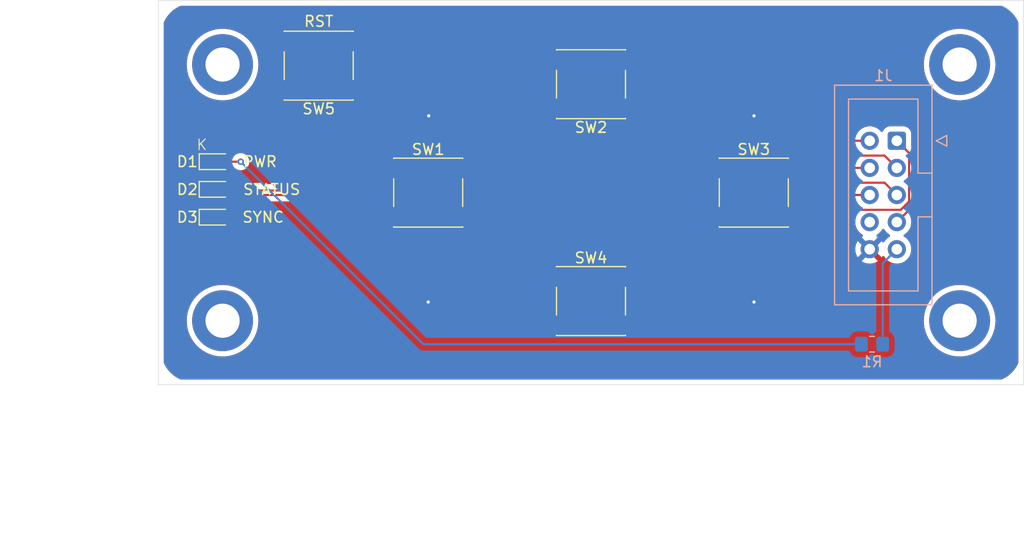
<source format=kicad_pcb>
(kicad_pcb (version 20240108) (generator "pcbnew") (generator_version "8.0")
  (layers (0 "F.Cu" signal) (31 "B.Cu" signal) (34 "B.Paste" user) (35 "F.Paste" user) (36 "B.SilkS" user "B.Silkscreen") (37 "F.SilkS" user "F.Silkscreen") (38 "B.Mask" user) (39 "F.Mask" user) (44 "Edge.Cuts" user))
  (net 0 "")
  (net 1 "/K_DOWN")
  (net 2 "/K_RIGHT")
  (net 3 "/K_LEFT")
  (net 4 "GND")
  (net 5 "/K_UP")
  (net 6 "Net-(D1-A)")
  (net 7 "/L_STAT")
  (net 8 "/L_SYNC")
  (net 9 "/RST")
  (net 11 "+3.3V")
  (footprint "Button_Switch_SMD:SW_Push_1P1T_NO_6x6mm_H9.5mm" (layer "F.Cu") (at 169.49 98.84 180)
    (property "Reference" "SW2" (at 0 -4.05 0) (layer "F.SilkS"))
    (property "Value" "UP")
    (fp_line (start 3.23 3.23) (end 3.23 3.2) (stroke (width 0.12)) (layer "F.SilkS"))
    (fp_line (start 3.23 -1.3) (end 3.23 1.3) (stroke (width 0.12)) (layer "F.SilkS"))
    (fp_line (start 3.23 -3.23) (end 3.23 -3.2) (stroke (width 0.12)) (layer "F.SilkS"))
    (fp_line (start -3.23 3.23) (end 3.23 3.23) (stroke (width 0.12)) (layer "F.SilkS"))
    (fp_line (start -3.23 3.23) (end -3.23 3.2) (stroke (width 0.12)) (layer "F.SilkS"))
    (fp_line (start -3.23 -1.3) (end -3.23 1.3) (stroke (width 0.12)) (layer "F.SilkS"))
    (fp_line (start -3.23 -3.2) (end -3.23 -3.23) (stroke (width 0.12)) (layer "F.SilkS"))
    (fp_line (start -3.23 -3.23) (end 3.23 -3.23) (stroke (width 0.12)) (layer "F.SilkS"))
    (pad "1" smd rect (at -3.975 -2.25 180) (size 1.55 1.3) (layers "F.Cu" "F.Paste" "F.Mask") (net 5 "/K_UP"))
    (pad "1" smd rect (at 3.975 -2.25 180) (size 1.55 1.3) (layers "F.Cu" "F.Paste" "F.Mask") (net 5 "/K_UP"))
    (pad "2" smd rect (at -3.975 2.25 180) (size 1.55 1.3) (layers "F.Cu" "F.Paste" "F.Mask") (net 4 "GND"))
    (pad "2" smd rect (at 3.975 2.25 180) (size 1.55 1.3) (layers "F.Cu" "F.Paste" "F.Mask") (net 4 "GND"))
  )
  (footprint "MountingHole:MountingHole_3.2mm_M3_ISO7380_Pad" (layer "F.Cu") (at 135 97)
    (property "Reference" "H1" (hide yes))
    (property "Value" "MountingHole")
    (pad "1" thru_hole circle (at 0 0) (size 5.7 5.7) (drill 3.2) (layers "*.Cu" "*.Mask"))
  )
  (footprint "MountingHole:MountingHole_3.2mm_M3_ISO7380_Pad" (layer "F.Cu") (at 204 121)
    (property "Reference" "H3" (hide yes))
    (property "Value" "MountingHole")
    (pad "1" thru_hole circle (at 0 0) (size 5.7 5.7) (drill 3.2) (layers "*.Cu" "*.Mask"))
  )
  (footprint "Button_Switch_SMD:SW_Push_1P1T_NO_6x6mm_H9.5mm" (layer "F.Cu") (at 169.49 119.16)
    (property "Reference" "SW4" (at 0 -4.05 0) (layer "F.SilkS"))
    (property "Value" "DOWN")
    (fp_line (start -3.23 -3.23) (end 3.23 -3.23) (stroke (width 0.12)) (layer "F.SilkS"))
    (fp_line (start -3.23 -3.2) (end -3.23 -3.23) (stroke (width 0.12)) (layer "F.SilkS"))
    (fp_line (start -3.23 -1.3) (end -3.23 1.3) (stroke (width 0.12)) (layer "F.SilkS"))
    (fp_line (start -3.23 3.23) (end -3.23 3.2) (stroke (width 0.12)) (layer "F.SilkS"))
    (fp_line (start -3.23 3.23) (end 3.23 3.23) (stroke (width 0.12)) (layer "F.SilkS"))
    (fp_line (start 3.23 -3.23) (end 3.23 -3.2) (stroke (width 0.12)) (layer "F.SilkS"))
    (fp_line (start 3.23 -1.3) (end 3.23 1.3) (stroke (width 0.12)) (layer "F.SilkS"))
    (fp_line (start 3.23 3.23) (end 3.23 3.2) (stroke (width 0.12)) (layer "F.SilkS"))
    (pad "1" smd rect (at -3.975 -2.25) (size 1.55 1.3) (layers "F.Cu" "F.Paste" "F.Mask") (net 1 "/K_DOWN"))
    (pad "1" smd rect (at 3.975 -2.25) (size 1.55 1.3) (layers "F.Cu" "F.Paste" "F.Mask") (net 1 "/K_DOWN"))
    (pad "2" smd rect (at -3.975 2.25) (size 1.55 1.3) (layers "F.Cu" "F.Paste" "F.Mask") (net 4 "GND"))
    (pad "2" smd rect (at 3.975 2.25) (size 1.55 1.3) (layers "F.Cu" "F.Paste" "F.Mask") (net 4 "GND"))
  )
  (footprint "MountingHole:MountingHole_3.2mm_M3_ISO7380_Pad" (layer "F.Cu") (at 135 121)
    (property "Reference" "H4" (hide yes))
    (property "Value" "MountingHole")
    (pad "1" thru_hole circle (at 0 0) (size 5.7 5.7) (drill 3.2) (layers "*.Cu" "*.Mask"))
  )
  (footprint "MountingHole:MountingHole_3.2mm_M3_ISO7380_Pad" (layer "F.Cu") (at 204 97)
    (property "Reference" "H2" (hide yes))
    (property "Value" "MountingHole")
    (pad "1" thru_hole circle (at 0 0) (size 5.7 5.7) (drill 3.2) (layers "*.Cu" "*.Mask"))
  )
  (footprint "LED_SMD:LED_0603_1608Metric_Pad1.05x0.95mm_HandSolder" (layer "F.Cu") (at 134.475 108.69)
    (property "Reference" "D2" (at -2.775 0.01 0) (layer "F.SilkS"))
    (property "Value" "STATUS" (at 5.125 0.01 0) (layer "F.SilkS"))
    (fp_line (start -1.66 -0.735) (end -1.66 0.735) (stroke (width 0.12)) (layer "F.SilkS"))
    (fp_line (start -1.66 0.735) (end 0.8 0.735) (stroke (width 0.12)) (layer "F.SilkS"))
    (fp_line (start 0.8 -0.735) (end -1.66 -0.735) (stroke (width 0.12)) (layer "F.SilkS"))
    (pad "1" smd roundrect (at -0.875 0) (size 1.05 0.95) (layers "F.Cu" "F.Paste" "F.Mask") (net 4 "GND"))
    (pad "2" smd roundrect (at 0.875 0) (size 1.05 0.95) (layers "F.Cu" "F.Paste" "F.Mask") (net 7 "/L_STAT"))
  )
  (footprint "Button_Switch_SMD:SW_Push_1P1T_NO_6x6mm_H9.5mm" (layer "F.Cu") (at 184.73 109)
    (property "Reference" "SW3" (at 0 -4.05 0) (layer "F.SilkS"))
    (property "Value" "RIGHT")
    (fp_line (start -3.23 -3.23) (end 3.23 -3.23) (stroke (width 0.12)) (layer "F.SilkS"))
    (fp_line (start -3.23 -3.2) (end -3.23 -3.23) (stroke (width 0.12)) (layer "F.SilkS"))
    (fp_line (start -3.23 -1.3) (end -3.23 1.3) (stroke (width 0.12)) (layer "F.SilkS"))
    (fp_line (start -3.23 3.23) (end -3.23 3.2) (stroke (width 0.12)) (layer "F.SilkS"))
    (fp_line (start -3.23 3.23) (end 3.23 3.23) (stroke (width 0.12)) (layer "F.SilkS"))
    (fp_line (start 3.23 -3.23) (end 3.23 -3.2) (stroke (width 0.12)) (layer "F.SilkS"))
    (fp_line (start 3.23 -1.3) (end 3.23 1.3) (stroke (width 0.12)) (layer "F.SilkS"))
    (fp_line (start 3.23 3.23) (end 3.23 3.2) (stroke (width 0.12)) (layer "F.SilkS"))
    (pad "1" smd rect (at -3.975 -2.25) (size 1.55 1.3) (layers "F.Cu" "F.Paste" "F.Mask") (net 2 "/K_RIGHT"))
    (pad "1" smd rect (at 3.975 -2.25) (size 1.55 1.3) (layers "F.Cu" "F.Paste" "F.Mask") (net 2 "/K_RIGHT"))
    (pad "2" smd rect (at -3.975 2.25) (size 1.55 1.3) (layers "F.Cu" "F.Paste" "F.Mask") (net 4 "GND"))
    (pad "2" smd rect (at 3.975 2.25) (size 1.55 1.3) (layers "F.Cu" "F.Paste" "F.Mask") (net 4 "GND"))
  )
  (footprint "LED_SMD:LED_0603_1608Metric_Pad1.05x0.95mm_HandSolder" (layer "F.Cu") (at 134.475 106.1)
    (property "Reference" "D1" (at -2.775 0 0) (layer "F.SilkS"))
    (property "Value" "PWR" (at 4.025 0 0) (layer "F.SilkS"))
    (fp_line (start -1.66 -0.735) (end -1.66 0.735) (stroke (width 0.12)) (layer "F.SilkS"))
    (fp_line (start -1.66 0.735) (end 0.8 0.735) (stroke (width 0.12)) (layer "F.SilkS"))
    (fp_line (start 0.8 -0.735) (end -1.66 -0.735) (stroke (width 0.12)) (layer "F.SilkS"))
    (pad "1" smd roundrect (at -0.875 0) (size 1.05 0.95) (layers "F.Cu" "F.Paste" "F.Mask") (net 4 "GND"))
    (pad "2" smd roundrect (at 0.875 0) (size 1.05 0.95) (layers "F.Cu" "F.Paste" "F.Mask") (net 6 "Net-(D1-A)"))
  )
  (footprint "Button_Switch_SMD:SW_Push_1P1T_NO_6x6mm_H9.5mm" (layer "F.Cu") (at 154.25 109)
    (property "Reference" "SW1" (at 0 -4.05 0) (layer "F.SilkS"))
    (property "Value" "LEFT")
    (fp_line (start -3.23 -3.23) (end 3.23 -3.23) (stroke (width 0.12)) (layer "F.SilkS"))
    (fp_line (start -3.23 -3.2) (end -3.23 -3.23) (stroke (width 0.12)) (layer "F.SilkS"))
    (fp_line (start -3.23 -1.3) (end -3.23 1.3) (stroke (width 0.12)) (layer "F.SilkS"))
    (fp_line (start -3.23 3.23) (end -3.23 3.2) (stroke (width 0.12)) (layer "F.SilkS"))
    (fp_line (start -3.23 3.23) (end 3.23 3.23) (stroke (width 0.12)) (layer "F.SilkS"))
    (fp_line (start 3.23 -3.23) (end 3.23 -3.2) (stroke (width 0.12)) (layer "F.SilkS"))
    (fp_line (start 3.23 -1.3) (end 3.23 1.3) (stroke (width 0.12)) (layer "F.SilkS"))
    (fp_line (start 3.23 3.23) (end 3.23 3.2) (stroke (width 0.12)) (layer "F.SilkS"))
    (pad "1" smd rect (at -3.975 -2.25) (size 1.55 1.3) (layers "F.Cu" "F.Paste" "F.Mask") (net 3 "/K_LEFT"))
    (pad "1" smd rect (at 3.975 -2.25) (size 1.55 1.3) (layers "F.Cu" "F.Paste" "F.Mask") (net 3 "/K_LEFT"))
    (pad "2" smd rect (at -3.975 2.25) (size 1.55 1.3) (layers "F.Cu" "F.Paste" "F.Mask") (net 4 "GND"))
    (pad "2" smd rect (at 3.975 2.25) (size 1.55 1.3) (layers "F.Cu" "F.Paste" "F.Mask") (net 4 "GND"))
  )
  (footprint "LED_SMD:LED_0603_1608Metric_Pad1.05x0.95mm_HandSolder" (layer "F.Cu") (at 134.475 111.3)
    (property "Reference" "D3" (at -2.775 0 0) (layer "F.SilkS"))
    (property "Value" "SYNC" (at 4.325 0 0) (layer "F.SilkS"))
    (fp_line (start -1.66 -0.735) (end -1.66 0.735) (stroke (width 0.12)) (layer "F.SilkS"))
    (fp_line (start -1.66 0.735) (end 0.8 0.735) (stroke (width 0.12)) (layer "F.SilkS"))
    (fp_line (start 0.8 -0.735) (end -1.66 -0.735) (stroke (width 0.12)) (layer "F.SilkS"))
    (pad "1" smd roundrect (at -0.875 0) (size 1.05 0.95) (layers "F.Cu" "F.Paste" "F.Mask") (net 4 "GND"))
    (pad "2" smd roundrect (at 0.875 0) (size 1.05 0.95) (layers "F.Cu" "F.Paste" "F.Mask") (net 8 "/L_SYNC"))
  )
  (footprint "Button_Switch_SMD:SW_Push_1P1T_NO_6x6mm_H9.5mm" (layer "F.Cu") (at 144 97.1 180)
    (property "Reference" "SW5" (at 0 -4.05 0) (layer "F.SilkS"))
    (property "Value" "RST" (at 0 4.15 0) (layer "F.SilkS"))
    (fp_line (start 3.23 3.23) (end 3.23 3.2) (stroke (width 0.12)) (layer "F.SilkS"))
    (fp_line (start 3.23 -1.3) (end 3.23 1.3) (stroke (width 0.12)) (layer "F.SilkS"))
    (fp_line (start 3.23 -3.23) (end 3.23 -3.2) (stroke (width 0.12)) (layer "F.SilkS"))
    (fp_line (start -3.23 3.23) (end 3.23 3.23) (stroke (width 0.12)) (layer "F.SilkS"))
    (fp_line (start -3.23 3.23) (end -3.23 3.2) (stroke (width 0.12)) (layer "F.SilkS"))
    (fp_line (start -3.23 -1.3) (end -3.23 1.3) (stroke (width 0.12)) (layer "F.SilkS"))
    (fp_line (start -3.23 -3.2) (end -3.23 -3.23) (stroke (width 0.12)) (layer "F.SilkS"))
    (fp_line (start -3.23 -3.23) (end 3.23 -3.23) (stroke (width 0.12)) (layer "F.SilkS"))
    (pad "1" smd rect (at -3.975 -2.25 180) (size 1.55 1.3) (layers "F.Cu" "F.Paste" "F.Mask") (net 9 "/RST"))
    (pad "1" smd rect (at 3.975 -2.25 180) (size 1.55 1.3) (layers "F.Cu" "F.Paste" "F.Mask") (net 9 "/RST"))
    (pad "2" smd rect (at -3.975 2.25 180) (size 1.55 1.3) (layers "F.Cu" "F.Paste" "F.Mask") (net 4 "GND"))
    (pad "2" smd rect (at 3.975 2.25 180) (size 1.55 1.3) (layers "F.Cu" "F.Paste" "F.Mask") (net 4 "GND"))
  )
  (footprint "Connector_IDC:IDC-Header_2x05_P2.54mm_Vertical" (layer "B.Cu") (at 198.12 104.14 180)
    (property "Reference" "J1" (at 1.27 6.1 0) (layer "B.SilkS") (effects (justify mirror)))
    (property "Value" "KEYPAD")
    (fp_line (start 5.83 5.21) (end -3.29 5.21) (stroke (width 0.12)) (layer "B.SilkS"))
    (fp_line (start 5.83 -15.37) (end 5.83 5.21) (stroke (width 0.12)) (layer "B.SilkS"))
    (fp_line (start 4.52 3.91) (end -1.98 3.91) (stroke (width 0.12)) (layer "B.SilkS"))
    (fp_line (start 4.52 -14.07) (end 4.52 3.91) (stroke (width 0.12)) (layer "B.SilkS"))
    (fp_line (start -1.98 3.91) (end -1.98 -3.03) (stroke (width 0.12)) (layer "B.SilkS"))
    (fp_line (start -1.98 -3.03) (end -3.29 -3.03) (stroke (width 0.12)) (layer "B.SilkS"))
    (fp_line (start -1.98 -7.13) (end -1.98 -7.13) (stroke (width 0.12)) (layer "B.SilkS"))
    (fp_line (start -1.98 -7.13) (end -1.98 -14.07) (stroke (width 0.12)) (layer "B.SilkS"))
    (fp_line (start -1.98 -14.07) (end 4.52 -14.07) (stroke (width 0.12)) (layer "B.SilkS"))
    (fp_line (start -3.29 5.21) (end -3.29 -15.37) (stroke (width 0.12)) (layer "B.SilkS"))
    (fp_line (start -3.29 -7.13) (end -1.98 -7.13) (stroke (width 0.12)) (layer "B.SilkS"))
    (fp_line (start -3.29 -15.37) (end 5.83 -15.37) (stroke (width 0.12)) (layer "B.SilkS"))
    (fp_line (start -3.68 0) (end -4.68 -0.5) (stroke (width 0.12)) (layer "B.SilkS"))
    (fp_line (start -4.68 0.5) (end -3.68 0) (stroke (width 0.12)) (layer "B.SilkS"))
    (fp_line (start -4.68 -0.5) (end -4.68 0.5) (stroke (width 0.12)) (layer "B.SilkS"))
    (pad "1" thru_hole roundrect (at 0 0 180) (size 1.7 1.7) (drill 1) (layers "*.Cu" "*.Mask") (roundrect_rratio 0.147059) (net 1 "/K_DOWN"))
    (pad "2" thru_hole circle (at 2.54 0 180) (size 1.7 1.7) (drill 1) (layers "*.Cu" "*.Mask") (net 2 "/K_RIGHT"))
    (pad "3" thru_hole circle (at 0 -2.54 180) (size 1.7 1.7) (drill 1) (layers "*.Cu" "*.Mask") (net 5 "/K_UP"))
    (pad "4" thru_hole circle (at 2.54 -2.54 180) (size 1.7 1.7) (drill 1) (layers "*.Cu" "*.Mask") (net 3 "/K_LEFT"))
    (pad "5" thru_hole circle (at 0 -5.08 180) (size 1.7 1.7) (drill 1) (layers "*.Cu" "*.Mask") (net 7 "/L_STAT"))
    (pad "6" thru_hole circle (at 2.54 -5.08 180) (size 1.7 1.7) (drill 1) (layers "*.Cu" "*.Mask") (net 8 "/L_SYNC"))
    (pad "7" thru_hole circle (at 0 -7.62 180) (size 1.7 1.7) (drill 1) (layers "*.Cu" "*.Mask") (net 9 "/RST"))
    (pad "8" thru_hole circle (at 2.54 -7.62 180) (size 1.7 1.7) (drill 1) (layers "*.Cu" "*.Mask"))
    (pad "9" thru_hole circle (at 0 -10.16 180) (size 1.7 1.7) (drill 1) (layers "*.Cu" "*.Mask") (net 11 "+3.3V"))
    (pad "10" thru_hole circle (at 2.54 -10.16 180) (size 1.7 1.7) (drill 1) (layers "*.Cu" "*.Mask") (net 4 "GND"))
  )
  (footprint "Resistor_SMD:R_0805_2012Metric_Pad1.20x1.40mm_HandSolder" (layer "B.Cu") (at 195.8 123.2)
    (property "Reference" "R1" (at 0 1.65 0) (layer "B.SilkS") (effects (justify mirror)))
    (property "Value" "330")
    (fp_line (start 0.227064 -0.735) (end -0.227064 -0.735) (stroke (width 0.12)) (layer "B.SilkS"))
    (fp_line (start 0.227064 0.735) (end -0.227064 0.735) (stroke (width 0.12)) (layer "B.SilkS"))
    (pad "1" smd roundrect (at -1 0) (size 1.2 1.4) (layers "B.Cu" "B.Paste" "B.Mask") (roundrect_rratio 0.208333) (net 6 "Net-(D1-A)"))
    (pad "2" smd roundrect (at 1 0) (size 1.2 1.4) (layers "B.Cu" "B.Paste" "B.Mask") (roundrect_rratio 0.208333) (net 11 "+3.3V"))
  )
  (gr_line (start 129 127) (end 129 91) (stroke (width 0.05)) (layer "Edge.Cuts"))
  (gr_line (start 129 91) (end 210 91) (stroke (width 0.05)) (layer "Edge.Cuts"))
  (gr_line (start 210 127) (end 129 127) (stroke (width 0.05)) (layer "Edge.Cuts"))
  (gr_line (start 210 91) (end 210 127) (stroke (width 0.05)) (layer "Edge.Cuts"))
  (gr_text "K" (at 132.5 105.1 0) (layer "F.SilkS") (effects (font (size 1 1) (thickness 0.1)) (justify left bottom)))
  (segment (start 173.465 116.91) (end 165.515 116.91) (width 0.2) (layer "F.Cu") (net 1))
  (segment (start 179.8 109.62) (end 173.465 115.955) (width 0.2) (layer "F.Cu") (net 1))
  (segment (start 173.465 115.955) (end 173.465 116.91) (width 0.2) (layer "F.Cu") (net 1))
  (segment (start 198.49 110.61) (end 192.29 110.61) (width 0.2) (layer "F.Cu") (net 1))
  (segment (start 192.29 110.61) (end 191.3 109.62) (width 0.2) (layer "F.Cu") (net 1))
  (segment (start 191.3 109.62) (end 179.8 109.62) (width 0.2) (layer "F.Cu") (net 1))
  (segment (start 198.12 104.14) (end 199.27 105.29) (width 0.2) (layer "F.Cu") (net 1))
  (segment (start 199.27 109.83) (end 198.49 110.61) (width 0.2) (layer "F.Cu") (net 1))
  (segment (start 199.27 105.29) (end 199.27 109.83) (width 0.2) (layer "F.Cu") (net 1))
  (segment (start 188.705 106.75) (end 188.815 106.75) (width 0.2) (layer "F.Cu") (net 2))
  (segment (start 195.58 104.14) (end 191.315 104.14) (width 0.2) (layer "F.Cu") (net 2))
  (segment (start 180.755 106.75) (end 188.705 106.75) (width 0.2) (layer "F.Cu") (net 2))
  (segment (start 191.315 104.14) (end 188.705 106.75) (width 0.2) (layer "F.Cu") (net 2))
  (segment (start 191.4 108.4) (end 193.12 106.68) (width 0.2) (layer "F.Cu") (net 3))
  (segment (start 193.12 106.68) (end 195.58 106.68) (width 0.2) (layer "F.Cu") (net 3))
  (segment (start 150.275 106.75) (end 158.225 106.75) (width 0.2) (layer "F.Cu") (net 3))
  (segment (start 158.225 106.75) (end 159.875 108.4) (width 0.2) (layer "F.Cu") (net 3))
  (segment (start 159.875 108.4) (end 191.4 108.4) (width 0.2) (layer "F.Cu") (net 3))
  (via (at 154.3 101.8) (size 0.6) (drill 0.3) (layers "F.Cu" "B.Cu") (net 4))
  (via (at 154.25 119.25) (size 0.6) (drill 0.3) (layers "F.Cu" "B.Cu") (net 4))
  (via (at 184.75 119.25) (size 0.6) (drill 0.3) (layers "F.Cu" "B.Cu") (net 4))
  (via (at 184.75 101.8) (size 0.6) (drill 0.3) (layers "F.Cu" "B.Cu") (net 4))
  (segment (start 191.95 105.53) (end 189.78 107.7) (width 0.2) (layer "F.Cu") (net 5))
  (segment (start 189.78 107.7) (end 179.8 107.7) (width 0.2) (layer "F.Cu") (net 5))
  (segment (start 179.8 107.7) (end 173.465 101.365) (width 0.2) (layer "F.Cu") (net 5))
  (segment (start 198.12 106.68) (end 196.97 105.53) (width 0.2) (layer "F.Cu") (net 5))
  (segment (start 173.465 101.365) (end 173.465 101.09) (width 0.2) (layer "F.Cu") (net 5))
  (segment (start 196.97 105.53) (end 191.95 105.53) (width 0.2) (layer "F.Cu") (net 5))
  (segment (start 136.7 106.1) (end 135.35 106.1) (width 0.2) (layer "F.Cu") (net 6))
  (via (at 136.7 106.1) (size 0.6) (drill 0.3) (layers "F.Cu" "B.Cu") (net 6))
  (segment (start 194.8 123.2) (end 153.8 123.2) (width 0.2) (layer "B.Cu") (net 6))
  (segment (start 153.8 123.2) (end 136.7 106.1) (width 0.2) (layer "B.Cu") (net 6))
  (segment (start 196.97 108.07) (end 192.295686 108.07) (width 0.2) (layer "F.Cu") (net 7))
  (segment (start 135.46 108.8) (end 135.35 108.69) (width 0.2) (layer "F.Cu") (net 7))
  (segment (start 198.12 109.22) (end 196.97 108.07) (width 0.2) (layer "F.Cu") (net 7))
  (segment (start 191.565686 108.8) (end 135.46 108.8) (width 0.2) (layer "F.Cu") (net 7))
  (segment (start 192.295686 108.07) (end 191.565686 108.8) (width 0.2) (layer "F.Cu") (net 7))
  (segment (start 137.43 109.22) (end 135.35 111.3) (width 0.2) (layer "F.Cu") (net 8))
  (segment (start 195.58 109.22) (end 137.43 109.22) (width 0.2) (layer "F.Cu") (net 8))
  (segment (start 200.4 109.48) (end 198.12 111.76) (width 0.2) (layer "F.Cu") (net 9))
  (segment (start 147.975 99.35) (end 197.15 99.35) (width 0.2) (layer "F.Cu") (net 9))
  (segment (start 200.4 102.6) (end 200.4 109.48) (width 0.2) (layer "F.Cu") (net 9))
  (segment (start 197.15 99.35) (end 200.4 102.6) (width 0.2) (layer "F.Cu") (net 9))
  (segment (start 196.8 115.62) (end 198.12 114.3) (width 0.2) (layer "B.Cu") (net 11))
  (segment (start 196.8 123.2) (end 196.8 115.62) (width 0.2) (layer "B.Cu") (net 11))
  (zone (net 4) (net_name "GND") (layer "F.Cu") (connect_pads (clearance 0.5)) (min_thickness 0.25) (fill yes (thermal_gap 0.5) (thermal_bridge_width 0.5) (smoothing fillet) (radius 3))
    (polygon (pts (xy 129.25 91.25) (xy 209.75 91.25) (xy 209.75 126.75) (xy 129.25 126.75)))
  )
  (zone (net 4) (net_name "GND") (layer "B.Cu") (connect_pads (clearance 0.5)) (min_thickness 0.25) (fill yes (thermal_gap 0.5) (thermal_bridge_width 0.5) (smoothing fillet) (radius 3))
    (polygon (pts (xy 209.75 91.25) (xy 129.25 91.25) (xy 129.25 126.75) (xy 209.75 126.75)))
  )
)
</source>
